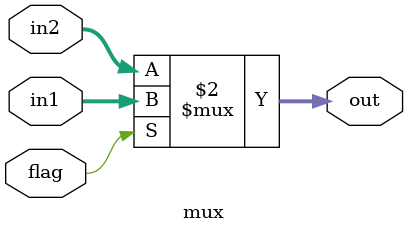
<source format=v>
`timescale 1ns / 1ps


module mux(in1,in2,flag,out);
    input [0:63]in1,in2;
    input flag;
    output [0:63]out;
    assign out=(flag==1'b1)?in1:in2;
endmodule

</source>
